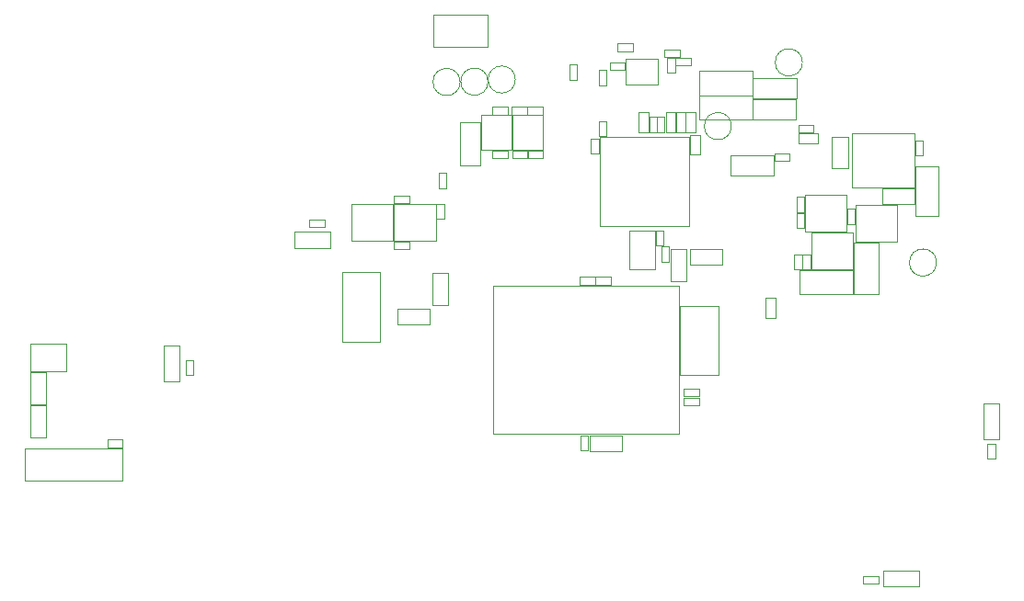
<source format=gbr>
G04 #@! TF.GenerationSoftware,KiCad,Pcbnew,7.0.6*
G04 #@! TF.CreationDate,2023-09-01T19:16:27-07:00*
G04 #@! TF.ProjectId,procon_gcc_main_pcb,70726f63-6f6e-45f6-9763-635f6d61696e,1*
G04 #@! TF.SameCoordinates,Original*
G04 #@! TF.FileFunction,Other,User*
%FSLAX46Y46*%
G04 Gerber Fmt 4.6, Leading zero omitted, Abs format (unit mm)*
G04 Created by KiCad (PCBNEW 7.0.6) date 2023-09-01 19:16:27*
%MOMM*%
%LPD*%
G01*
G04 APERTURE LIST*
%ADD10C,0.050000*%
G04 APERTURE END LIST*
D10*
X82277200Y-134626800D02*
X82277200Y-131666800D01*
X82277200Y-131666800D02*
X83737200Y-131666800D01*
X83737200Y-134626800D02*
X82277200Y-134626800D01*
X83737200Y-131666800D02*
X83737200Y-134626800D01*
X82277200Y-137662600D02*
X82277200Y-134702600D01*
X82277200Y-134702600D02*
X83737200Y-134702600D01*
X83737200Y-137662600D02*
X82277200Y-137662600D01*
X83737200Y-134702600D02*
X83737200Y-137662600D01*
X82271600Y-129102800D02*
X85571600Y-129102800D01*
X85571600Y-131602800D02*
X85571600Y-129102800D01*
X85571600Y-131602800D02*
X82271600Y-131602800D01*
X82271600Y-129102800D02*
X82271600Y-131602800D01*
X90770011Y-138595882D02*
X89370011Y-138595882D01*
X90770011Y-137895882D02*
X90770011Y-138595882D01*
X89370011Y-138595882D02*
X89370011Y-137895882D01*
X89370011Y-137895882D02*
X90770011Y-137895882D01*
X152816600Y-116943800D02*
X152816600Y-115543800D01*
X153516600Y-116943800D02*
X152816600Y-116943800D01*
X152816600Y-115543800D02*
X153516600Y-115543800D01*
X153516600Y-115543800D02*
X153516600Y-116943800D01*
X139961100Y-108163094D02*
X139961100Y-109563094D01*
X139261100Y-108163094D02*
X139961100Y-108163094D01*
X139961100Y-109563094D02*
X139261100Y-109563094D01*
X139261100Y-109563094D02*
X139261100Y-108163094D01*
X152774400Y-108417400D02*
X152774400Y-106517400D01*
X152774400Y-108417400D02*
X148774400Y-108417400D01*
X152774400Y-106517400D02*
X148774400Y-106517400D01*
X148774400Y-108417400D02*
X148774400Y-106517400D01*
X160387200Y-119776000D02*
X158087200Y-119776000D01*
X160387200Y-119776000D02*
X160387200Y-124476000D01*
X160387200Y-124476000D02*
X158087200Y-124476000D01*
X158087200Y-124476000D02*
X158087200Y-119776000D01*
X120748689Y-122553755D02*
X120748689Y-125513755D01*
X119288689Y-122553755D02*
X120748689Y-122553755D01*
X120748689Y-125513755D02*
X119288689Y-125513755D01*
X119288689Y-125513755D02*
X119288689Y-122553755D01*
X153375400Y-122216400D02*
X153375400Y-120816400D01*
X154075400Y-122216400D02*
X153375400Y-122216400D01*
X153375400Y-120816400D02*
X154075400Y-120816400D01*
X154075400Y-120816400D02*
X154075400Y-122216400D01*
X154786400Y-110623000D02*
X152966400Y-110623000D01*
X154786400Y-109703000D02*
X154786400Y-110623000D01*
X152966400Y-110623000D02*
X152966400Y-109703000D01*
X152966400Y-109703000D02*
X154786400Y-109703000D01*
X170389623Y-139668477D02*
X170389623Y-138268477D01*
X171089623Y-139668477D02*
X170389623Y-139668477D01*
X170389623Y-138268477D02*
X171089623Y-138268477D01*
X171089623Y-138268477D02*
X171089623Y-139668477D01*
X110975200Y-128859200D02*
X114475200Y-128859200D01*
X114475200Y-128859200D02*
X114475200Y-122499200D01*
X110975200Y-122499200D02*
X110975200Y-128859200D01*
X114475200Y-122499200D02*
X110975200Y-122499200D01*
X96047457Y-129230391D02*
X96047457Y-132530391D01*
X94587457Y-129230391D02*
X96047457Y-129230391D01*
X96047457Y-132530391D02*
X94587457Y-132530391D01*
X94587457Y-132530391D02*
X94587457Y-129230391D01*
X123796600Y-111206100D02*
X126596600Y-111206100D01*
X123796600Y-111206100D02*
X123796600Y-108006100D01*
X126596600Y-111206100D02*
X126596600Y-108006100D01*
X126596600Y-108006100D02*
X123796600Y-108006100D01*
X149948800Y-126710800D02*
X149948800Y-124850800D01*
X150888800Y-126710800D02*
X149948800Y-126710800D01*
X149948800Y-124850800D02*
X150888800Y-124850800D01*
X150888800Y-124850800D02*
X150888800Y-126710800D01*
X142427000Y-133233600D02*
X143827000Y-133233600D01*
X142427000Y-133933600D02*
X142427000Y-133233600D01*
X143827000Y-133233600D02*
X143827000Y-133933600D01*
X143827000Y-133933600D02*
X142427000Y-133933600D01*
X164100004Y-151428757D02*
X160800004Y-151428757D01*
X164100004Y-149968757D02*
X164100004Y-151428757D01*
X160800004Y-151428757D02*
X160800004Y-149968757D01*
X160800004Y-149968757D02*
X164100004Y-149968757D01*
X148754000Y-108409600D02*
X143854000Y-108409600D01*
X148754000Y-106169600D02*
X148754000Y-108409600D01*
X143854000Y-108409600D02*
X143854000Y-106169600D01*
X143854000Y-106169600D02*
X148754000Y-106169600D01*
X128040800Y-111962700D02*
X126640800Y-111962700D01*
X128040800Y-111262700D02*
X128040800Y-111962700D01*
X126640800Y-111962700D02*
X126640800Y-111262700D01*
X126640800Y-111262700D02*
X128040800Y-111262700D01*
X158007600Y-122200400D02*
X158007600Y-118800400D01*
X158007600Y-118800400D02*
X154167600Y-118800400D01*
X154167600Y-122200400D02*
X158007600Y-122200400D01*
X154167600Y-118800400D02*
X154167600Y-122200400D01*
X156068400Y-112936600D02*
X156068400Y-109976600D01*
X157528400Y-112936600D02*
X156068400Y-112936600D01*
X156068400Y-109976600D02*
X157528400Y-109976600D01*
X157528400Y-109976600D02*
X157528400Y-112936600D01*
X134600900Y-105264294D02*
X134600900Y-103864294D01*
X135300900Y-105264294D02*
X134600900Y-105264294D01*
X134600900Y-103864294D02*
X135300900Y-103864294D01*
X135300900Y-103864294D02*
X135300900Y-105264294D01*
X134665700Y-109988094D02*
X134665700Y-118228094D01*
X134665700Y-118228094D02*
X142905700Y-118228094D01*
X142905700Y-109988094D02*
X134665700Y-109988094D01*
X142905700Y-118228094D02*
X142905700Y-109988094D01*
X146817400Y-109016800D02*
G75*
G03*
X146817400Y-109016800I-1250000J0D01*
G01*
X124894200Y-137398800D02*
X141994200Y-137398800D01*
X141994200Y-137398800D02*
X141994200Y-123698800D01*
X124894200Y-123698800D02*
X124894200Y-137398800D01*
X141994200Y-123698800D02*
X124894200Y-123698800D01*
X141691100Y-109567294D02*
X141691100Y-107747294D01*
X142611100Y-109567294D02*
X141691100Y-109567294D01*
X141691100Y-107747294D02*
X142611100Y-107747294D01*
X142611100Y-107747294D02*
X142611100Y-109567294D01*
X124826800Y-111262700D02*
X126226800Y-111262700D01*
X124826800Y-111962700D02*
X124826800Y-111262700D01*
X126226800Y-111262700D02*
X126226800Y-111962700D01*
X126226800Y-111962700D02*
X124826800Y-111962700D01*
X146691600Y-111699000D02*
X146691600Y-113599000D01*
X146691600Y-111699000D02*
X150691600Y-111699000D01*
X146691600Y-113599000D02*
X150691600Y-113599000D01*
X150691600Y-111699000D02*
X150691600Y-113599000D01*
X148754000Y-106174400D02*
X143854000Y-106174400D01*
X148754000Y-103934400D02*
X148754000Y-106174400D01*
X143854000Y-106174400D02*
X143854000Y-103934400D01*
X143854000Y-103934400D02*
X148754000Y-103934400D01*
X152799800Y-106487000D02*
X152799800Y-104587000D01*
X152799800Y-106487000D02*
X148799800Y-106487000D01*
X152799800Y-104587000D02*
X148799800Y-104587000D01*
X148799800Y-106487000D02*
X148799800Y-104587000D01*
X133901700Y-111544294D02*
X133901700Y-110144294D01*
X134601700Y-111544294D02*
X133901700Y-111544294D01*
X133901700Y-110144294D02*
X134601700Y-110144294D01*
X134601700Y-110144294D02*
X134601700Y-111544294D01*
X124414600Y-104927400D02*
G75*
G03*
X124414600Y-104927400I-1250000J0D01*
G01*
X141624800Y-102728800D02*
X141624800Y-104128800D01*
X140924800Y-102728800D02*
X141624800Y-102728800D01*
X141624800Y-104128800D02*
X140924800Y-104128800D01*
X140924800Y-104128800D02*
X140924800Y-102728800D01*
X124801400Y-107249500D02*
X126201400Y-107249500D01*
X124801400Y-107949500D02*
X124801400Y-107249500D01*
X126201400Y-107249500D02*
X126201400Y-107949500D01*
X126201400Y-107949500D02*
X124801400Y-107949500D01*
X143827000Y-134746400D02*
X142427000Y-134746400D01*
X143827000Y-134046400D02*
X143827000Y-134746400D01*
X142427000Y-134746400D02*
X142427000Y-134046400D01*
X142427000Y-134046400D02*
X143827000Y-134046400D01*
X153313400Y-120816400D02*
X153313400Y-122216400D01*
X152613400Y-120816400D02*
X153313400Y-120816400D01*
X153313400Y-122216400D02*
X152613400Y-122216400D01*
X152613400Y-122216400D02*
X152613400Y-120816400D01*
X115763023Y-119631101D02*
X117163023Y-119631101D01*
X115763023Y-120331101D02*
X115763023Y-119631101D01*
X117163023Y-119631101D02*
X117163023Y-120331101D01*
X117163023Y-120331101D02*
X115763023Y-120331101D01*
X163636200Y-109693200D02*
X163636200Y-114693200D01*
X163636200Y-109693200D02*
X157936200Y-109693200D01*
X157936200Y-114693200D02*
X163636200Y-114693200D01*
X157936200Y-114693200D02*
X157936200Y-109693200D01*
X119019100Y-127277002D02*
X116059100Y-127277002D01*
X119019100Y-125817002D02*
X119019100Y-127277002D01*
X116059100Y-127277002D02*
X116059100Y-125817002D01*
X116059100Y-125817002D02*
X119019100Y-125817002D01*
X158004200Y-124513200D02*
X153104200Y-124513200D01*
X158004200Y-122273200D02*
X158004200Y-124513200D01*
X153104200Y-124513200D02*
X153104200Y-122273200D01*
X153104200Y-122273200D02*
X158004200Y-122273200D01*
X153583400Y-115320600D02*
X153583400Y-118720600D01*
X153583400Y-118720600D02*
X157423400Y-118720600D01*
X157423400Y-115320600D02*
X153583400Y-115320600D01*
X157423400Y-118720600D02*
X157423400Y-115320600D01*
X140672300Y-108163094D02*
X140672300Y-109563094D01*
X139972300Y-108163094D02*
X140672300Y-108163094D01*
X140672300Y-109563094D02*
X139972300Y-109563094D01*
X139972300Y-109563094D02*
X139972300Y-108163094D01*
X106631309Y-118767056D02*
X109931309Y-118767056D01*
X106631309Y-120227056D02*
X106631309Y-118767056D01*
X109931309Y-118767056D02*
X109931309Y-120227056D01*
X109931309Y-120227056D02*
X106631309Y-120227056D01*
X141692400Y-102723200D02*
X143092400Y-102723200D01*
X141692400Y-103423200D02*
X141692400Y-102723200D01*
X143092400Y-102723200D02*
X143092400Y-103423200D01*
X143092400Y-103423200D02*
X141692400Y-103423200D01*
X165824000Y-112738000D02*
X165824000Y-117338000D01*
X163724000Y-112738000D02*
X165824000Y-112738000D01*
X165824000Y-117338000D02*
X163724000Y-117338000D01*
X163724000Y-117338000D02*
X163724000Y-112738000D01*
X115762223Y-116172901D02*
X115762223Y-119572901D01*
X115762223Y-119572901D02*
X119602223Y-119572901D01*
X119602223Y-116172901D02*
X115762223Y-116172901D01*
X119602223Y-119572901D02*
X119602223Y-116172901D01*
X142668323Y-120333129D02*
X142668323Y-123293129D01*
X141208323Y-120333129D02*
X142668323Y-120333129D01*
X142668323Y-123293129D02*
X141208323Y-123293129D01*
X141208323Y-123293129D02*
X141208323Y-120333129D01*
X81774400Y-141682600D02*
X90774400Y-141682600D01*
X90774400Y-141682600D02*
X90774400Y-138682600D01*
X81774400Y-138682600D02*
X81774400Y-141682600D01*
X90774400Y-138682600D02*
X81774400Y-138682600D01*
X136358400Y-101402400D02*
X137758400Y-101402400D01*
X136358400Y-102102400D02*
X136358400Y-101402400D01*
X137758400Y-101402400D02*
X137758400Y-102102400D01*
X137758400Y-102102400D02*
X136358400Y-102102400D01*
X134625600Y-109944094D02*
X134625600Y-108544094D01*
X135325600Y-109944094D02*
X134625600Y-109944094D01*
X134625600Y-108544094D02*
X135325600Y-108544094D01*
X135325600Y-108544094D02*
X135325600Y-109944094D01*
X115752423Y-115414701D02*
X117152423Y-115414701D01*
X115752423Y-116114701D02*
X115752423Y-115414701D01*
X117152423Y-115414701D02*
X117152423Y-116114701D01*
X117152423Y-116114701D02*
X115752423Y-116114701D01*
X139795100Y-118686494D02*
X139795100Y-122186494D01*
X137395100Y-118686494D02*
X139795100Y-118686494D01*
X139795100Y-122186494D02*
X137395100Y-122186494D01*
X137395100Y-122186494D02*
X137395100Y-118686494D01*
X143011900Y-111627294D02*
X143011900Y-109807294D01*
X143931900Y-111627294D02*
X143011900Y-111627294D01*
X143011900Y-109807294D02*
X143931900Y-109807294D01*
X143931900Y-109807294D02*
X143931900Y-111627294D01*
X137021800Y-103855000D02*
X135621800Y-103855000D01*
X137021800Y-103155000D02*
X137021800Y-103855000D01*
X135621800Y-103855000D02*
X135621800Y-103155000D01*
X135621800Y-103155000D02*
X137021800Y-103155000D01*
X133749600Y-137496800D02*
X136709600Y-137496800D01*
X133749600Y-138956800D02*
X133749600Y-137496800D01*
X136709600Y-137496800D02*
X136709600Y-138956800D01*
X136709600Y-138956800D02*
X133749600Y-138956800D01*
X171468456Y-134564581D02*
X171468456Y-137864581D01*
X170008456Y-134564581D02*
X171468456Y-134564581D01*
X171468456Y-137864581D02*
X170008456Y-137864581D01*
X170008456Y-137864581D02*
X170008456Y-134564581D01*
X126641400Y-111206100D02*
X129441400Y-111206100D01*
X126641400Y-111206100D02*
X126641400Y-108006100D01*
X129441400Y-111206100D02*
X129441400Y-108006100D01*
X129441400Y-108006100D02*
X126641400Y-108006100D01*
X158945629Y-150497756D02*
X160345629Y-150497756D01*
X158945629Y-151197756D02*
X158945629Y-150497756D01*
X160345629Y-150497756D02*
X160345629Y-151197756D01*
X160345629Y-151197756D02*
X158945629Y-151197756D01*
X115690623Y-119572901D02*
X115690623Y-116172901D01*
X115690623Y-116172901D02*
X111850623Y-116172901D01*
X111850623Y-119572901D02*
X115690623Y-119572901D01*
X111850623Y-116172901D02*
X111850623Y-119572901D01*
X134253200Y-123616200D02*
X132853200Y-123616200D01*
X134253200Y-122916200D02*
X134253200Y-123616200D01*
X132853200Y-123616200D02*
X132853200Y-122916200D01*
X132853200Y-122916200D02*
X134253200Y-122916200D01*
X107985401Y-117627059D02*
X109385401Y-117627059D01*
X107985401Y-118327059D02*
X107985401Y-117627059D01*
X109385401Y-117627059D02*
X109385401Y-118327059D01*
X109385401Y-118327059D02*
X107985401Y-118327059D01*
X142973194Y-120330800D02*
X145933194Y-120330800D01*
X142973194Y-121790800D02*
X142973194Y-120330800D01*
X145933194Y-120330800D02*
X145933194Y-121790800D01*
X145933194Y-121790800D02*
X142973194Y-121790800D01*
X143525500Y-107747294D02*
X143525500Y-109567294D01*
X142605500Y-107747294D02*
X143525500Y-107747294D01*
X143525500Y-109567294D02*
X142605500Y-109567294D01*
X142605500Y-109567294D02*
X142605500Y-107747294D01*
X152973200Y-108924000D02*
X154373200Y-108924000D01*
X152973200Y-109624000D02*
X152973200Y-108924000D01*
X154373200Y-108924000D02*
X154373200Y-109624000D01*
X154373200Y-109624000D02*
X152973200Y-109624000D01*
X140353300Y-121501094D02*
X140353300Y-120101094D01*
X141053300Y-121501094D02*
X140353300Y-121501094D01*
X140353300Y-120101094D02*
X141053300Y-120101094D01*
X141053300Y-120101094D02*
X141053300Y-121501094D01*
X120575902Y-113356302D02*
X120575902Y-114756302D01*
X119875902Y-113356302D02*
X120575902Y-113356302D01*
X120575902Y-114756302D02*
X119875902Y-114756302D01*
X119875902Y-114756302D02*
X119875902Y-113356302D01*
X139207500Y-107749894D02*
X139207500Y-109569894D01*
X138287500Y-107749894D02*
X139207500Y-107749894D01*
X139207500Y-109569894D02*
X138287500Y-109569894D01*
X138287500Y-109569894D02*
X138287500Y-107749894D01*
X124420000Y-98728400D02*
X119420000Y-98728400D01*
X119420000Y-98728400D02*
X119420000Y-101728400D01*
X124420000Y-101728400D02*
X124420000Y-98728400D01*
X119420000Y-101728400D02*
X124420000Y-101728400D01*
X121849200Y-104952800D02*
G75*
G03*
X121849200Y-104952800I-1250000J0D01*
G01*
X141696700Y-107749894D02*
X141696700Y-109569894D01*
X140776700Y-107749894D02*
X141696700Y-107749894D01*
X141696700Y-109569894D02*
X140776700Y-109569894D01*
X140776700Y-109569894D02*
X140776700Y-107749894D01*
X158254700Y-116275600D02*
X158254700Y-119675600D01*
X158254700Y-119675600D02*
X162094700Y-119675600D01*
X162094700Y-116275600D02*
X158254700Y-116275600D01*
X162094700Y-119675600D02*
X162094700Y-116275600D01*
X153345200Y-103149400D02*
G75*
G03*
X153345200Y-103149400I-1250000J0D01*
G01*
X126929200Y-104724200D02*
G75*
G03*
X126929200Y-104724200I-1250000J0D01*
G01*
X128004800Y-107949500D02*
X126604800Y-107949500D01*
X128004800Y-107249500D02*
X128004800Y-107949500D01*
X126604800Y-107949500D02*
X126604800Y-107249500D01*
X126604800Y-107249500D02*
X128004800Y-107249500D01*
X137107000Y-105213000D02*
X140007000Y-105213000D01*
X140007000Y-105213000D02*
X140007000Y-102813000D01*
X137107000Y-102813000D02*
X137107000Y-105213000D01*
X140007000Y-102813000D02*
X137107000Y-102813000D01*
X142090200Y-131983400D02*
X145590200Y-131983400D01*
X145590200Y-131983400D02*
X145590200Y-125623400D01*
X142090200Y-125623400D02*
X142090200Y-131983400D01*
X145590200Y-125623400D02*
X142090200Y-125623400D01*
X128052600Y-107249500D02*
X129452600Y-107249500D01*
X128052600Y-107949500D02*
X128052600Y-107249500D01*
X129452600Y-107249500D02*
X129452600Y-107949500D01*
X129452600Y-107949500D02*
X128052600Y-107949500D01*
X139870700Y-120044294D02*
X139870700Y-118644294D01*
X140570700Y-120044294D02*
X139870700Y-120044294D01*
X139870700Y-118644294D02*
X140570700Y-118644294D01*
X140570700Y-118644294D02*
X140570700Y-120044294D01*
X97283652Y-130552363D02*
X97283652Y-131952363D01*
X96583652Y-130552363D02*
X97283652Y-130552363D01*
X97283652Y-131952363D02*
X96583652Y-131952363D01*
X96583652Y-131952363D02*
X96583652Y-130552363D01*
X132898400Y-138901400D02*
X132898400Y-137501400D01*
X133598400Y-138901400D02*
X132898400Y-138901400D01*
X132898400Y-137501400D02*
X133598400Y-137501400D01*
X133598400Y-137501400D02*
X133598400Y-138901400D01*
X128063200Y-111262700D02*
X129463200Y-111262700D01*
X128063200Y-111962700D02*
X128063200Y-111262700D01*
X129463200Y-111262700D02*
X129463200Y-111962700D01*
X129463200Y-111962700D02*
X128063200Y-111962700D01*
X150763400Y-111514800D02*
X152163400Y-111514800D01*
X150763400Y-112214800D02*
X150763400Y-111514800D01*
X152163400Y-111514800D02*
X152163400Y-112214800D01*
X152163400Y-112214800D02*
X150763400Y-112214800D01*
X158190200Y-116650800D02*
X158190200Y-118050800D01*
X157490200Y-116650800D02*
X158190200Y-116650800D01*
X158190200Y-118050800D02*
X157490200Y-118050800D01*
X157490200Y-118050800D02*
X157490200Y-116650800D01*
X132607800Y-103338400D02*
X132607800Y-104738400D01*
X131907800Y-103338400D02*
X132607800Y-103338400D01*
X132607800Y-104738400D02*
X131907800Y-104738400D01*
X131907800Y-104738400D02*
X131907800Y-103338400D01*
X163738200Y-111724800D02*
X163738200Y-110324800D01*
X164438200Y-111724800D02*
X163738200Y-111724800D01*
X163738200Y-110324800D02*
X164438200Y-110324800D01*
X164438200Y-110324800D02*
X164438200Y-111724800D01*
X123708200Y-108642400D02*
X121808200Y-108642400D01*
X123708200Y-108642400D02*
X123708200Y-112642400D01*
X121808200Y-108642400D02*
X121808200Y-112642400D01*
X123708200Y-112642400D02*
X121808200Y-112642400D01*
X152816600Y-118417000D02*
X152816600Y-117017000D01*
X153516600Y-118417000D02*
X152816600Y-118417000D01*
X152816600Y-117017000D02*
X153516600Y-117017000D01*
X153516600Y-117017000D02*
X153516600Y-118417000D01*
X163637800Y-116225200D02*
X160677800Y-116225200D01*
X163637800Y-114765200D02*
X163637800Y-116225200D01*
X160677800Y-116225200D02*
X160677800Y-114765200D01*
X160677800Y-114765200D02*
X163637800Y-114765200D01*
X165689600Y-121589800D02*
G75*
G03*
X165689600Y-121589800I-1250000J0D01*
G01*
X140676400Y-101961200D02*
X142076400Y-101961200D01*
X140676400Y-102661200D02*
X140676400Y-101961200D01*
X142076400Y-101961200D02*
X142076400Y-102661200D01*
X142076400Y-102661200D02*
X140676400Y-102661200D01*
X120369023Y-116182301D02*
X120369023Y-117582301D01*
X119669023Y-116182301D02*
X120369023Y-116182301D01*
X120369023Y-117582301D02*
X119669023Y-117582301D01*
X119669023Y-117582301D02*
X119669023Y-116182301D01*
X135726400Y-123616200D02*
X134326400Y-123616200D01*
X135726400Y-122916200D02*
X135726400Y-123616200D01*
X134326400Y-123616200D02*
X134326400Y-122916200D01*
X134326400Y-122916200D02*
X135726400Y-122916200D01*
M02*

</source>
